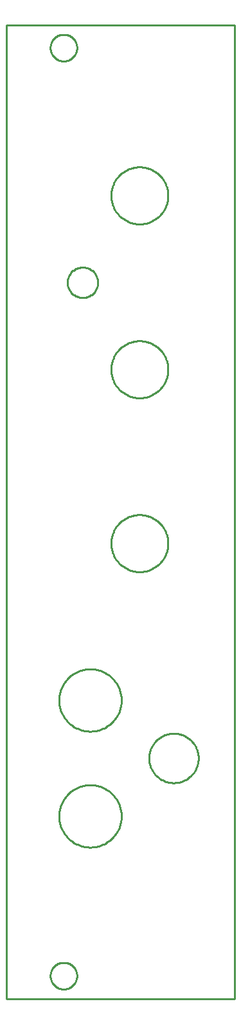
<source format=gbr>
G04 EAGLE Gerber RS-274X export*
G75*
%MOMM*%
%FSLAX34Y34*%
%LPD*%
%IN*%
%IPPOS*%
%AMOC8*
5,1,8,0,0,1.08239X$1,22.5*%
G01*
%ADD10C,0.254000*%


D10*
X0Y0D02*
X300000Y0D01*
X300000Y1280000D01*
X0Y1280000D01*
X0Y0D01*
X212500Y826382D02*
X212429Y824747D01*
X212286Y823117D01*
X212072Y821494D01*
X211788Y819882D01*
X211434Y818285D01*
X211010Y816704D01*
X210518Y815143D01*
X209959Y813605D01*
X209332Y812093D01*
X208641Y810610D01*
X207885Y809159D01*
X207067Y807741D01*
X206188Y806361D01*
X205249Y805021D01*
X204253Y803722D01*
X203201Y802469D01*
X202095Y801262D01*
X200938Y800105D01*
X199731Y798999D01*
X198478Y797947D01*
X197179Y796951D01*
X195839Y796012D01*
X194459Y795133D01*
X193041Y794315D01*
X191590Y793559D01*
X190107Y792868D01*
X188595Y792241D01*
X187057Y791682D01*
X185496Y791190D01*
X183915Y790766D01*
X182318Y790412D01*
X180706Y790128D01*
X179083Y789914D01*
X177453Y789771D01*
X175818Y789700D01*
X174182Y789700D01*
X172547Y789771D01*
X170917Y789914D01*
X169294Y790128D01*
X167682Y790412D01*
X166085Y790766D01*
X164504Y791190D01*
X162943Y791682D01*
X161405Y792241D01*
X159893Y792868D01*
X158410Y793559D01*
X156959Y794315D01*
X155541Y795133D01*
X154161Y796012D01*
X152821Y796951D01*
X151522Y797947D01*
X150269Y798999D01*
X149062Y800105D01*
X147905Y801262D01*
X146799Y802469D01*
X145747Y803722D01*
X144751Y805021D01*
X143812Y806361D01*
X142933Y807741D01*
X142115Y809159D01*
X141359Y810610D01*
X140668Y812093D01*
X140041Y813605D01*
X139482Y815143D01*
X138990Y816704D01*
X138566Y818285D01*
X138212Y819882D01*
X137928Y821494D01*
X137714Y823117D01*
X137571Y824747D01*
X137500Y826382D01*
X137500Y828018D01*
X137571Y829653D01*
X137714Y831283D01*
X137928Y832906D01*
X138212Y834518D01*
X138566Y836115D01*
X138990Y837696D01*
X139482Y839257D01*
X140041Y840795D01*
X140668Y842307D01*
X141359Y843790D01*
X142115Y845241D01*
X142933Y846659D01*
X143812Y848039D01*
X144751Y849379D01*
X145747Y850678D01*
X146799Y851931D01*
X147905Y853138D01*
X149062Y854295D01*
X150269Y855401D01*
X151522Y856453D01*
X152821Y857449D01*
X154161Y858388D01*
X155541Y859267D01*
X156959Y860085D01*
X158410Y860841D01*
X159893Y861532D01*
X161405Y862159D01*
X162943Y862718D01*
X164504Y863210D01*
X166085Y863634D01*
X167682Y863988D01*
X169294Y864272D01*
X170917Y864486D01*
X172547Y864629D01*
X174182Y864700D01*
X175818Y864700D01*
X177453Y864629D01*
X179083Y864486D01*
X180706Y864272D01*
X182318Y863988D01*
X183915Y863634D01*
X185496Y863210D01*
X187057Y862718D01*
X188595Y862159D01*
X190107Y861532D01*
X191590Y860841D01*
X193041Y860085D01*
X194459Y859267D01*
X195839Y858388D01*
X197179Y857449D01*
X198478Y856453D01*
X199731Y855401D01*
X200938Y854295D01*
X202095Y853138D01*
X203201Y851931D01*
X204253Y850678D01*
X205249Y849379D01*
X206188Y848039D01*
X207067Y846659D01*
X207885Y845241D01*
X208641Y843790D01*
X209332Y842307D01*
X209959Y840795D01*
X210518Y839257D01*
X211010Y837696D01*
X211434Y836115D01*
X211788Y834518D01*
X212072Y832906D01*
X212286Y831283D01*
X212429Y829653D01*
X212500Y828018D01*
X212500Y826382D01*
X151000Y391505D02*
X150922Y389718D01*
X150766Y387935D01*
X150532Y386161D01*
X150222Y384399D01*
X149835Y382653D01*
X149371Y380924D01*
X148833Y379218D01*
X148221Y377537D01*
X147537Y375883D01*
X146781Y374262D01*
X145954Y372675D01*
X145060Y371125D01*
X144098Y369616D01*
X143072Y368151D01*
X141983Y366731D01*
X140833Y365360D01*
X139624Y364041D01*
X138359Y362776D01*
X137040Y361567D01*
X135669Y360417D01*
X134249Y359328D01*
X132784Y358302D01*
X131275Y357340D01*
X129725Y356446D01*
X128138Y355619D01*
X126517Y354863D01*
X124864Y354179D01*
X123182Y353567D01*
X121476Y353029D01*
X119747Y352566D01*
X118001Y352178D01*
X116239Y351868D01*
X114465Y351634D01*
X112682Y351478D01*
X110895Y351400D01*
X109105Y351400D01*
X107318Y351478D01*
X105535Y351634D01*
X103761Y351868D01*
X101999Y352178D01*
X100253Y352566D01*
X98524Y353029D01*
X96818Y353567D01*
X95137Y354179D01*
X93483Y354863D01*
X91862Y355619D01*
X90275Y356446D01*
X88725Y357340D01*
X87216Y358302D01*
X85751Y359328D01*
X84331Y360417D01*
X82960Y361567D01*
X81641Y362776D01*
X80376Y364041D01*
X79167Y365360D01*
X78017Y366731D01*
X76928Y368151D01*
X75902Y369616D01*
X74940Y371125D01*
X74046Y372675D01*
X73219Y374262D01*
X72463Y375883D01*
X71779Y377537D01*
X71167Y379218D01*
X70629Y380924D01*
X70166Y382653D01*
X69778Y384399D01*
X69468Y386161D01*
X69234Y387935D01*
X69078Y389718D01*
X69000Y391505D01*
X69000Y393295D01*
X69078Y395082D01*
X69234Y396865D01*
X69468Y398639D01*
X69778Y400401D01*
X70166Y402147D01*
X70629Y403876D01*
X71167Y405582D01*
X71779Y407264D01*
X72463Y408917D01*
X73219Y410538D01*
X74046Y412125D01*
X74940Y413675D01*
X75902Y415184D01*
X76928Y416649D01*
X78017Y418069D01*
X79167Y419440D01*
X80376Y420759D01*
X81641Y422024D01*
X82960Y423233D01*
X84331Y424383D01*
X85751Y425472D01*
X87216Y426498D01*
X88725Y427460D01*
X90275Y428354D01*
X91862Y429181D01*
X93483Y429937D01*
X95137Y430621D01*
X96818Y431233D01*
X98524Y431771D01*
X100253Y432235D01*
X101999Y432622D01*
X103761Y432932D01*
X105535Y433166D01*
X107318Y433322D01*
X109105Y433400D01*
X110895Y433400D01*
X112682Y433322D01*
X114465Y433166D01*
X116239Y432932D01*
X118001Y432622D01*
X119747Y432235D01*
X121476Y431771D01*
X123182Y431233D01*
X124864Y430621D01*
X126517Y429937D01*
X128138Y429181D01*
X129725Y428354D01*
X131275Y427460D01*
X132784Y426498D01*
X134249Y425472D01*
X135669Y424383D01*
X137040Y423233D01*
X138359Y422024D01*
X139624Y420759D01*
X140833Y419440D01*
X141983Y418069D01*
X143072Y416649D01*
X144098Y415184D01*
X145060Y413675D01*
X145954Y412125D01*
X146781Y410538D01*
X147537Y408917D01*
X148221Y407264D01*
X148833Y405582D01*
X149371Y403876D01*
X149835Y402147D01*
X150222Y400401D01*
X150532Y398639D01*
X150766Y396865D01*
X150922Y395082D01*
X151000Y393295D01*
X151000Y391505D01*
X151000Y239105D02*
X150922Y237318D01*
X150766Y235535D01*
X150532Y233761D01*
X150222Y231999D01*
X149835Y230253D01*
X149371Y228524D01*
X148833Y226818D01*
X148221Y225137D01*
X147537Y223483D01*
X146781Y221862D01*
X145954Y220275D01*
X145060Y218725D01*
X144098Y217216D01*
X143072Y215751D01*
X141983Y214331D01*
X140833Y212960D01*
X139624Y211641D01*
X138359Y210376D01*
X137040Y209167D01*
X135669Y208017D01*
X134249Y206928D01*
X132784Y205902D01*
X131275Y204940D01*
X129725Y204046D01*
X128138Y203219D01*
X126517Y202463D01*
X124864Y201779D01*
X123182Y201167D01*
X121476Y200629D01*
X119747Y200166D01*
X118001Y199778D01*
X116239Y199468D01*
X114465Y199234D01*
X112682Y199078D01*
X110895Y199000D01*
X109105Y199000D01*
X107318Y199078D01*
X105535Y199234D01*
X103761Y199468D01*
X101999Y199778D01*
X100253Y200166D01*
X98524Y200629D01*
X96818Y201167D01*
X95137Y201779D01*
X93483Y202463D01*
X91862Y203219D01*
X90275Y204046D01*
X88725Y204940D01*
X87216Y205902D01*
X85751Y206928D01*
X84331Y208017D01*
X82960Y209167D01*
X81641Y210376D01*
X80376Y211641D01*
X79167Y212960D01*
X78017Y214331D01*
X76928Y215751D01*
X75902Y217216D01*
X74940Y218725D01*
X74046Y220275D01*
X73219Y221862D01*
X72463Y223483D01*
X71779Y225137D01*
X71167Y226818D01*
X70629Y228524D01*
X70166Y230253D01*
X69778Y231999D01*
X69468Y233761D01*
X69234Y235535D01*
X69078Y237318D01*
X69000Y239105D01*
X69000Y240895D01*
X69078Y242682D01*
X69234Y244465D01*
X69468Y246239D01*
X69778Y248001D01*
X70166Y249747D01*
X70629Y251476D01*
X71167Y253182D01*
X71779Y254864D01*
X72463Y256517D01*
X73219Y258138D01*
X74046Y259725D01*
X74940Y261275D01*
X75902Y262784D01*
X76928Y264249D01*
X78017Y265669D01*
X79167Y267040D01*
X80376Y268359D01*
X81641Y269624D01*
X82960Y270833D01*
X84331Y271983D01*
X85751Y273072D01*
X87216Y274098D01*
X88725Y275060D01*
X90275Y275954D01*
X91862Y276781D01*
X93483Y277537D01*
X95137Y278221D01*
X96818Y278833D01*
X98524Y279371D01*
X100253Y279835D01*
X101999Y280222D01*
X103761Y280532D01*
X105535Y280766D01*
X107318Y280922D01*
X109105Y281000D01*
X110895Y281000D01*
X112682Y280922D01*
X114465Y280766D01*
X116239Y280532D01*
X118001Y280222D01*
X119747Y279835D01*
X121476Y279371D01*
X123182Y278833D01*
X124864Y278221D01*
X126517Y277537D01*
X128138Y276781D01*
X129725Y275954D01*
X131275Y275060D01*
X132784Y274098D01*
X134249Y273072D01*
X135669Y271983D01*
X137040Y270833D01*
X138359Y269624D01*
X139624Y268359D01*
X140833Y267040D01*
X141983Y265669D01*
X143072Y264249D01*
X144098Y262784D01*
X145060Y261275D01*
X145954Y259725D01*
X146781Y258138D01*
X147537Y256517D01*
X148221Y254864D01*
X148833Y253182D01*
X149371Y251476D01*
X149835Y249747D01*
X150222Y248001D01*
X150532Y246239D01*
X150766Y244465D01*
X150922Y242682D01*
X151000Y240895D01*
X151000Y239105D01*
X212500Y597782D02*
X212429Y596147D01*
X212286Y594517D01*
X212072Y592894D01*
X211788Y591282D01*
X211434Y589685D01*
X211010Y588104D01*
X210518Y586543D01*
X209959Y585005D01*
X209332Y583493D01*
X208641Y582010D01*
X207885Y580559D01*
X207067Y579141D01*
X206188Y577761D01*
X205249Y576421D01*
X204253Y575122D01*
X203201Y573869D01*
X202095Y572662D01*
X200938Y571505D01*
X199731Y570399D01*
X198478Y569347D01*
X197179Y568351D01*
X195839Y567412D01*
X194459Y566533D01*
X193041Y565715D01*
X191590Y564959D01*
X190107Y564268D01*
X188595Y563641D01*
X187057Y563082D01*
X185496Y562590D01*
X183915Y562166D01*
X182318Y561812D01*
X180706Y561528D01*
X179083Y561314D01*
X177453Y561171D01*
X175818Y561100D01*
X174182Y561100D01*
X172547Y561171D01*
X170917Y561314D01*
X169294Y561528D01*
X167682Y561812D01*
X166085Y562166D01*
X164504Y562590D01*
X162943Y563082D01*
X161405Y563641D01*
X159893Y564268D01*
X158410Y564959D01*
X156959Y565715D01*
X155541Y566533D01*
X154161Y567412D01*
X152821Y568351D01*
X151522Y569347D01*
X150269Y570399D01*
X149062Y571505D01*
X147905Y572662D01*
X146799Y573869D01*
X145747Y575122D01*
X144751Y576421D01*
X143812Y577761D01*
X142933Y579141D01*
X142115Y580559D01*
X141359Y582010D01*
X140668Y583493D01*
X140041Y585005D01*
X139482Y586543D01*
X138990Y588104D01*
X138566Y589685D01*
X138212Y591282D01*
X137928Y592894D01*
X137714Y594517D01*
X137571Y596147D01*
X137500Y597782D01*
X137500Y599418D01*
X137571Y601053D01*
X137714Y602683D01*
X137928Y604306D01*
X138212Y605918D01*
X138566Y607515D01*
X138990Y609096D01*
X139482Y610657D01*
X140041Y612195D01*
X140668Y613707D01*
X141359Y615190D01*
X142115Y616641D01*
X142933Y618059D01*
X143812Y619439D01*
X144751Y620779D01*
X145747Y622078D01*
X146799Y623331D01*
X147905Y624538D01*
X149062Y625695D01*
X150269Y626801D01*
X151522Y627853D01*
X152821Y628849D01*
X154161Y629788D01*
X155541Y630667D01*
X156959Y631485D01*
X158410Y632241D01*
X159893Y632932D01*
X161405Y633559D01*
X162943Y634118D01*
X164504Y634610D01*
X166085Y635034D01*
X167682Y635388D01*
X169294Y635672D01*
X170917Y635886D01*
X172547Y636029D01*
X174182Y636100D01*
X175818Y636100D01*
X177453Y636029D01*
X179083Y635886D01*
X180706Y635672D01*
X182318Y635388D01*
X183915Y635034D01*
X185496Y634610D01*
X187057Y634118D01*
X188595Y633559D01*
X190107Y632932D01*
X191590Y632241D01*
X193041Y631485D01*
X194459Y630667D01*
X195839Y629788D01*
X197179Y628849D01*
X198478Y627853D01*
X199731Y626801D01*
X200938Y625695D01*
X202095Y624538D01*
X203201Y623331D01*
X204253Y622078D01*
X205249Y620779D01*
X206188Y619439D01*
X207067Y618059D01*
X207885Y616641D01*
X208641Y615190D01*
X209332Y613707D01*
X209959Y612195D01*
X210518Y610657D01*
X211010Y609096D01*
X211434Y607515D01*
X211788Y605918D01*
X212072Y604306D01*
X212286Y602683D01*
X212429Y601053D01*
X212500Y599418D01*
X212500Y597782D01*
X212500Y1054982D02*
X212429Y1053347D01*
X212286Y1051717D01*
X212072Y1050094D01*
X211788Y1048482D01*
X211434Y1046885D01*
X211010Y1045304D01*
X210518Y1043743D01*
X209959Y1042205D01*
X209332Y1040693D01*
X208641Y1039210D01*
X207885Y1037759D01*
X207067Y1036341D01*
X206188Y1034961D01*
X205249Y1033621D01*
X204253Y1032322D01*
X203201Y1031069D01*
X202095Y1029862D01*
X200938Y1028705D01*
X199731Y1027599D01*
X198478Y1026547D01*
X197179Y1025551D01*
X195839Y1024612D01*
X194459Y1023733D01*
X193041Y1022915D01*
X191590Y1022159D01*
X190107Y1021468D01*
X188595Y1020841D01*
X187057Y1020282D01*
X185496Y1019790D01*
X183915Y1019366D01*
X182318Y1019012D01*
X180706Y1018728D01*
X179083Y1018514D01*
X177453Y1018371D01*
X175818Y1018300D01*
X174182Y1018300D01*
X172547Y1018371D01*
X170917Y1018514D01*
X169294Y1018728D01*
X167682Y1019012D01*
X166085Y1019366D01*
X164504Y1019790D01*
X162943Y1020282D01*
X161405Y1020841D01*
X159893Y1021468D01*
X158410Y1022159D01*
X156959Y1022915D01*
X155541Y1023733D01*
X154161Y1024612D01*
X152821Y1025551D01*
X151522Y1026547D01*
X150269Y1027599D01*
X149062Y1028705D01*
X147905Y1029862D01*
X146799Y1031069D01*
X145747Y1032322D01*
X144751Y1033621D01*
X143812Y1034961D01*
X142933Y1036341D01*
X142115Y1037759D01*
X141359Y1039210D01*
X140668Y1040693D01*
X140041Y1042205D01*
X139482Y1043743D01*
X138990Y1045304D01*
X138566Y1046885D01*
X138212Y1048482D01*
X137928Y1050094D01*
X137714Y1051717D01*
X137571Y1053347D01*
X137500Y1054982D01*
X137500Y1056618D01*
X137571Y1058253D01*
X137714Y1059883D01*
X137928Y1061506D01*
X138212Y1063118D01*
X138566Y1064715D01*
X138990Y1066296D01*
X139482Y1067857D01*
X140041Y1069395D01*
X140668Y1070907D01*
X141359Y1072390D01*
X142115Y1073841D01*
X142933Y1075259D01*
X143812Y1076639D01*
X144751Y1077979D01*
X145747Y1079278D01*
X146799Y1080531D01*
X147905Y1081738D01*
X149062Y1082895D01*
X150269Y1084001D01*
X151522Y1085053D01*
X152821Y1086049D01*
X154161Y1086988D01*
X155541Y1087867D01*
X156959Y1088685D01*
X158410Y1089441D01*
X159893Y1090132D01*
X161405Y1090759D01*
X162943Y1091318D01*
X164504Y1091810D01*
X166085Y1092234D01*
X167682Y1092588D01*
X169294Y1092872D01*
X170917Y1093086D01*
X172547Y1093229D01*
X174182Y1093300D01*
X175818Y1093300D01*
X177453Y1093229D01*
X179083Y1093086D01*
X180706Y1092872D01*
X182318Y1092588D01*
X183915Y1092234D01*
X185496Y1091810D01*
X187057Y1091318D01*
X188595Y1090759D01*
X190107Y1090132D01*
X191590Y1089441D01*
X193041Y1088685D01*
X194459Y1087867D01*
X195839Y1086988D01*
X197179Y1086049D01*
X198478Y1085053D01*
X199731Y1084001D01*
X200938Y1082895D01*
X202095Y1081738D01*
X203201Y1080531D01*
X204253Y1079278D01*
X205249Y1077979D01*
X206188Y1076639D01*
X207067Y1075259D01*
X207885Y1073841D01*
X208641Y1072390D01*
X209332Y1070907D01*
X209959Y1069395D01*
X210518Y1067857D01*
X211010Y1066296D01*
X211434Y1064715D01*
X211788Y1063118D01*
X212072Y1061506D01*
X212286Y1059883D01*
X212429Y1058253D01*
X212500Y1056618D01*
X212500Y1054982D01*
X252500Y315402D02*
X252422Y313808D01*
X252265Y312220D01*
X252031Y310642D01*
X251720Y309077D01*
X251332Y307529D01*
X250869Y306002D01*
X250331Y304500D01*
X249721Y303026D01*
X249039Y301583D01*
X248286Y300176D01*
X247466Y298807D01*
X246580Y297481D01*
X245629Y296199D01*
X244617Y294966D01*
X243545Y293783D01*
X242417Y292655D01*
X241235Y291583D01*
X240001Y290571D01*
X238719Y289621D01*
X237393Y288734D01*
X236024Y287914D01*
X234617Y287161D01*
X233174Y286479D01*
X231700Y285869D01*
X230198Y285331D01*
X228671Y284868D01*
X227123Y284480D01*
X225558Y284169D01*
X223980Y283935D01*
X222392Y283778D01*
X220798Y283700D01*
X219202Y283700D01*
X217608Y283778D01*
X216020Y283935D01*
X214442Y284169D01*
X212877Y284480D01*
X211329Y284868D01*
X209802Y285331D01*
X208300Y285869D01*
X206826Y286479D01*
X205383Y287161D01*
X203976Y287914D01*
X202607Y288734D01*
X201281Y289621D01*
X199999Y290571D01*
X198766Y291583D01*
X197583Y292655D01*
X196455Y293783D01*
X195383Y294966D01*
X194371Y296199D01*
X193421Y297481D01*
X192534Y298807D01*
X191714Y300176D01*
X190961Y301583D01*
X190279Y303026D01*
X189669Y304500D01*
X189131Y306002D01*
X188668Y307529D01*
X188280Y309077D01*
X187969Y310642D01*
X187735Y312220D01*
X187578Y313808D01*
X187500Y315402D01*
X187500Y316998D01*
X187578Y318592D01*
X187735Y320180D01*
X187969Y321758D01*
X188280Y323323D01*
X188668Y324871D01*
X189131Y326398D01*
X189669Y327900D01*
X190279Y329374D01*
X190961Y330817D01*
X191714Y332224D01*
X192534Y333593D01*
X193421Y334919D01*
X194371Y336201D01*
X195383Y337435D01*
X196455Y338617D01*
X197583Y339745D01*
X198766Y340817D01*
X199999Y341829D01*
X201281Y342780D01*
X202607Y343666D01*
X203976Y344486D01*
X205383Y345239D01*
X206826Y345921D01*
X208300Y346531D01*
X209802Y347069D01*
X211329Y347532D01*
X212877Y347920D01*
X214442Y348231D01*
X216020Y348465D01*
X217608Y348622D01*
X219202Y348700D01*
X220798Y348700D01*
X222392Y348622D01*
X223980Y348465D01*
X225558Y348231D01*
X227123Y347920D01*
X228671Y347532D01*
X230198Y347069D01*
X231700Y346531D01*
X233174Y345921D01*
X234617Y345239D01*
X236024Y344486D01*
X237393Y343666D01*
X238719Y342780D01*
X240001Y341829D01*
X241235Y340817D01*
X242417Y339745D01*
X243545Y338617D01*
X244617Y337435D01*
X245629Y336201D01*
X246580Y334919D01*
X247466Y333593D01*
X248286Y332224D01*
X249039Y330817D01*
X249721Y329374D01*
X250331Y327900D01*
X250869Y326398D01*
X251332Y324871D01*
X251720Y323323D01*
X252031Y321758D01*
X252265Y320180D01*
X252422Y318592D01*
X252500Y316998D01*
X252500Y315402D01*
X120000Y940896D02*
X119927Y939689D01*
X119781Y938489D01*
X119563Y937300D01*
X119274Y936127D01*
X118915Y934973D01*
X118486Y933843D01*
X117990Y932741D01*
X117428Y931670D01*
X116803Y930636D01*
X116116Y929641D01*
X115371Y928690D01*
X114569Y927785D01*
X113715Y926931D01*
X112810Y926129D01*
X111859Y925384D01*
X110864Y924697D01*
X109830Y924072D01*
X108759Y923510D01*
X107657Y923014D01*
X106527Y922585D01*
X105373Y922226D01*
X104200Y921937D01*
X103011Y921719D01*
X101811Y921573D01*
X100604Y921500D01*
X99396Y921500D01*
X98189Y921573D01*
X96989Y921719D01*
X95800Y921937D01*
X94627Y922226D01*
X93473Y922585D01*
X92343Y923014D01*
X91241Y923510D01*
X90170Y924072D01*
X89136Y924697D01*
X88141Y925384D01*
X87190Y926129D01*
X86285Y926931D01*
X85431Y927785D01*
X84629Y928690D01*
X83884Y929641D01*
X83197Y930636D01*
X82572Y931670D01*
X82010Y932741D01*
X81514Y933843D01*
X81085Y934973D01*
X80726Y936127D01*
X80437Y937300D01*
X80219Y938489D01*
X80073Y939689D01*
X80000Y940896D01*
X80000Y942104D01*
X80073Y943311D01*
X80219Y944511D01*
X80437Y945700D01*
X80726Y946873D01*
X81085Y948027D01*
X81514Y949157D01*
X82010Y950259D01*
X82572Y951330D01*
X83197Y952364D01*
X83884Y953359D01*
X84629Y954310D01*
X85431Y955215D01*
X86285Y956069D01*
X87190Y956871D01*
X88141Y957616D01*
X89136Y958303D01*
X90170Y958928D01*
X91241Y959490D01*
X92343Y959986D01*
X93473Y960415D01*
X94627Y960774D01*
X95800Y961063D01*
X96989Y961281D01*
X98189Y961427D01*
X99396Y961500D01*
X100604Y961500D01*
X101811Y961427D01*
X103011Y961281D01*
X104200Y961063D01*
X105373Y960774D01*
X106527Y960415D01*
X107657Y959986D01*
X108759Y959490D01*
X109830Y958928D01*
X110864Y958303D01*
X111859Y957616D01*
X112810Y956871D01*
X113715Y956069D01*
X114569Y955215D01*
X115371Y954310D01*
X116116Y953359D01*
X116803Y952364D01*
X117428Y951330D01*
X117990Y950259D01*
X118486Y949157D01*
X118915Y948027D01*
X119274Y946873D01*
X119563Y945700D01*
X119781Y944511D01*
X119927Y943311D01*
X120000Y942104D01*
X120000Y940896D01*
X92500Y1249427D02*
X92425Y1248284D01*
X92276Y1247148D01*
X92052Y1246024D01*
X91755Y1244917D01*
X91387Y1243832D01*
X90949Y1242774D01*
X90442Y1241746D01*
X89869Y1240754D01*
X89232Y1239801D01*
X88535Y1238892D01*
X87779Y1238031D01*
X86969Y1237221D01*
X86108Y1236465D01*
X85199Y1235768D01*
X84246Y1235131D01*
X83254Y1234558D01*
X82226Y1234051D01*
X81168Y1233613D01*
X80083Y1233245D01*
X78976Y1232948D01*
X77852Y1232725D01*
X76716Y1232575D01*
X75573Y1232500D01*
X74427Y1232500D01*
X73284Y1232575D01*
X72148Y1232725D01*
X71024Y1232948D01*
X69917Y1233245D01*
X68832Y1233613D01*
X67774Y1234051D01*
X66746Y1234558D01*
X65754Y1235131D01*
X64801Y1235768D01*
X63892Y1236465D01*
X63031Y1237221D01*
X62221Y1238031D01*
X61465Y1238892D01*
X60768Y1239801D01*
X60131Y1240754D01*
X59558Y1241746D01*
X59051Y1242774D01*
X58613Y1243832D01*
X58245Y1244917D01*
X57948Y1246024D01*
X57725Y1247148D01*
X57575Y1248284D01*
X57500Y1249427D01*
X57500Y1250573D01*
X57575Y1251716D01*
X57725Y1252852D01*
X57948Y1253976D01*
X58245Y1255083D01*
X58613Y1256168D01*
X59051Y1257226D01*
X59558Y1258254D01*
X60131Y1259246D01*
X60768Y1260199D01*
X61465Y1261108D01*
X62221Y1261969D01*
X63031Y1262779D01*
X63892Y1263535D01*
X64801Y1264232D01*
X65754Y1264869D01*
X66746Y1265442D01*
X67774Y1265949D01*
X68832Y1266387D01*
X69917Y1266755D01*
X71024Y1267052D01*
X72148Y1267276D01*
X73284Y1267425D01*
X74427Y1267500D01*
X75573Y1267500D01*
X76716Y1267425D01*
X77852Y1267276D01*
X78976Y1267052D01*
X80083Y1266755D01*
X81168Y1266387D01*
X82226Y1265949D01*
X83254Y1265442D01*
X84246Y1264869D01*
X85199Y1264232D01*
X86108Y1263535D01*
X86969Y1262779D01*
X87779Y1261969D01*
X88535Y1261108D01*
X89232Y1260199D01*
X89869Y1259246D01*
X90442Y1258254D01*
X90949Y1257226D01*
X91387Y1256168D01*
X91755Y1255083D01*
X92052Y1253976D01*
X92276Y1252852D01*
X92425Y1251716D01*
X92500Y1250573D01*
X92500Y1249427D01*
X92500Y29427D02*
X92425Y28284D01*
X92276Y27148D01*
X92052Y26024D01*
X91755Y24917D01*
X91387Y23832D01*
X90949Y22774D01*
X90442Y21746D01*
X89869Y20754D01*
X89232Y19801D01*
X88535Y18892D01*
X87779Y18031D01*
X86969Y17221D01*
X86108Y16465D01*
X85199Y15768D01*
X84246Y15131D01*
X83254Y14558D01*
X82226Y14051D01*
X81168Y13613D01*
X80083Y13245D01*
X78976Y12948D01*
X77852Y12725D01*
X76716Y12575D01*
X75573Y12500D01*
X74427Y12500D01*
X73284Y12575D01*
X72148Y12725D01*
X71024Y12948D01*
X69917Y13245D01*
X68832Y13613D01*
X67774Y14051D01*
X66746Y14558D01*
X65754Y15131D01*
X64801Y15768D01*
X63892Y16465D01*
X63031Y17221D01*
X62221Y18031D01*
X61465Y18892D01*
X60768Y19801D01*
X60131Y20754D01*
X59558Y21746D01*
X59051Y22774D01*
X58613Y23832D01*
X58245Y24917D01*
X57948Y26024D01*
X57725Y27148D01*
X57575Y28284D01*
X57500Y29427D01*
X57500Y30573D01*
X57575Y31716D01*
X57725Y32852D01*
X57948Y33976D01*
X58245Y35083D01*
X58613Y36168D01*
X59051Y37226D01*
X59558Y38254D01*
X60131Y39246D01*
X60768Y40199D01*
X61465Y41108D01*
X62221Y41969D01*
X63031Y42779D01*
X63892Y43535D01*
X64801Y44232D01*
X65754Y44869D01*
X66746Y45442D01*
X67774Y45949D01*
X68832Y46387D01*
X69917Y46755D01*
X71024Y47052D01*
X72148Y47276D01*
X73284Y47425D01*
X74427Y47500D01*
X75573Y47500D01*
X76716Y47425D01*
X77852Y47276D01*
X78976Y47052D01*
X80083Y46755D01*
X81168Y46387D01*
X82226Y45949D01*
X83254Y45442D01*
X84246Y44869D01*
X85199Y44232D01*
X86108Y43535D01*
X86969Y42779D01*
X87779Y41969D01*
X88535Y41108D01*
X89232Y40199D01*
X89869Y39246D01*
X90442Y38254D01*
X90949Y37226D01*
X91387Y36168D01*
X91755Y35083D01*
X92052Y33976D01*
X92276Y32852D01*
X92425Y31716D01*
X92500Y30573D01*
X92500Y29427D01*
M02*

</source>
